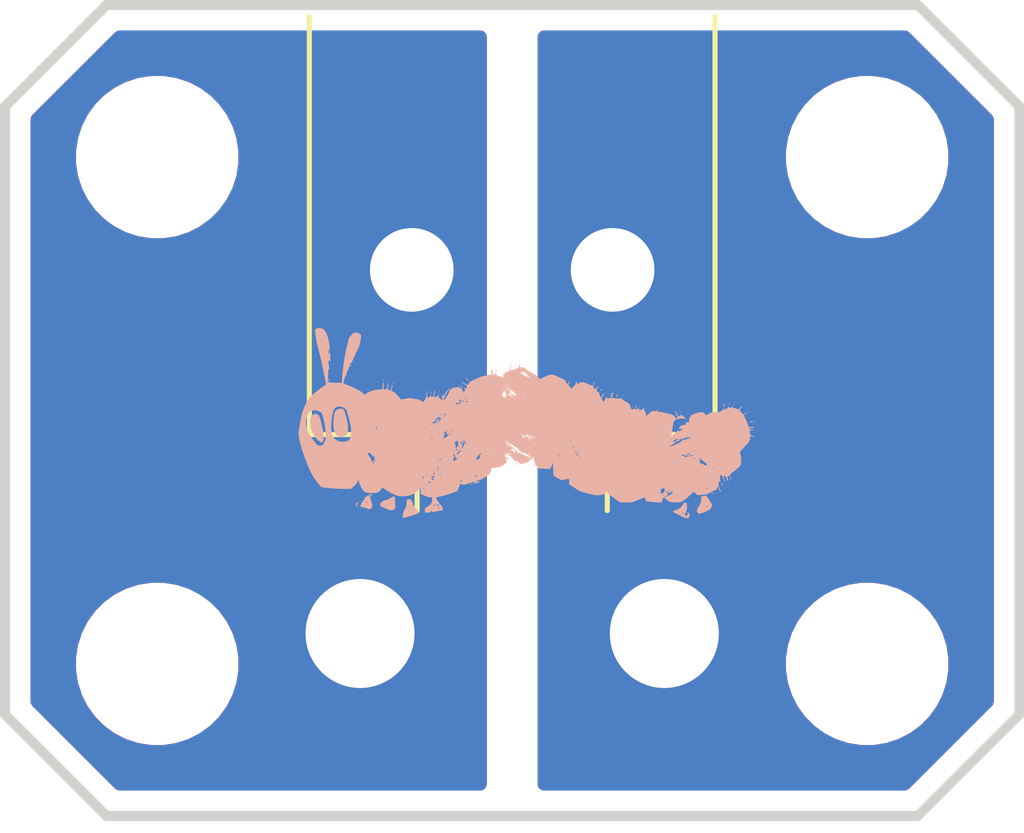
<source format=kicad_pcb>
(kicad_pcb (version 20241229) (generator "pcbnew") (generator_version "9.0")
  (layers (0 "F.Cu" signal) (2 "B.Cu" signal) (13 "F.Paste" user) (15 "B.Paste" user) (5 "F.SilkS" user "F.Silkscreen") (7 "B.SilkS" user "B.Silkscreen") (1 "F.Mask" user) (3 "B.Mask" user) (25 "Edge.Cuts" user))
  (net 0 "")
  (net 1 "+12V")
  (net 2 "GND")
  (footprint "Bluesat:M2.5" (layer "F.Cu") (at 124 78)
    (property "Reference" "H**" (hide yes))
    (property "Value" "M2.5")
    (pad "" np_thru_hole circle (at 0 0) (size 2.7 2.7) (drill 2.7) (layers "*.Cu" "*.Mask"))
  )
  (footprint "Connector_Wire:SolderWire-1.5sqmm_1x02_P6mm_D1.7mm_OD3mm" (layer "F.Cu") (at 134 87.4 180)
    (property "Reference" "J2" (hide yes))
    (property "Value" "Conn_01x02_Pin")
    (pad "1" thru_hole roundrect (at 0 0 180) (size 3.15 3.15) (drill 2.15) (layers "*.Cu" "*.Mask") (roundrect_rratio 0.079365) (net 2 "GND"))
    (pad "2" thru_hole circle (at 6 0 180) (size 3.15 3.15) (drill 2.15) (layers "*.Cu" "*.Mask") (net 1 "+12V"))
  )
  (footprint "Bluesat:S2P-VH" (layer "F.Cu") (at 131 75.225)
    (property "Reference" "J1" (hide yes))
    (property "Value" "Conn_01x02_Pin")
    (pad "1" thru_hole circle (at 1.98 5) (size 2.5 2.5) (drill 1.65) (layers "*.Cu" "*.Mask") (net 2 "GND"))
    (pad "2" thru_hole circle (at -1.98 5) (size 2.5 2.5) (drill 1.65) (layers "*.Cu" "*.Mask") (net 1 "+12V"))
  )
  (footprint "Bluesat:M2.5" (layer "F.Cu") (at 138 88)
    (property "Reference" "H**" (hide yes))
    (property "Value" "M2.5")
    (pad "" np_thru_hole circle (at 0 0) (size 2.7 2.7) (drill 2.7) (layers "*.Cu" "*.Mask"))
  )
  (footprint "Bluesat:M2.5" (layer "F.Cu") (at 124 88)
    (property "Reference" "H**" (hide yes))
    (property "Value" "M2.5")
    (pad "" np_thru_hole circle (at 0 0) (size 2.7 2.7) (drill 2.7) (layers "*.Cu" "*.Mask"))
  )
  (footprint "Bluesat:M2.5" (layer "F.Cu") (at 138 78)
    (property "Reference" "H**" (hide yes))
    (property "Value" "M2.5")
    (pad "" np_thru_hole circle (at 0 0) (size 2.7 2.7) (drill 2.7) (layers "*.Cu" "*.Mask"))
  )
  (footprint "Caterpilar:Hungry_Caterpillar" (layer "B.Cu") (at 131 83.25 180)
    (property "Reference" "G***" (hide yes))
    (property "Value" "LOGO" (hide yes))
  )
  (gr_line (start 121 89) (end 123 91) (stroke (width 0.2)) (layer "Edge.Cuts"))
  (gr_line (start 123 75) (end 139 75) (stroke (width 0.2)) (layer "Edge.Cuts"))
  (gr_line (start 121 77) (end 123 75) (stroke (width 0.2)) (layer "Edge.Cuts"))
  (gr_line (start 121 89) (end 121 77) (stroke (width 0.2)) (layer "Edge.Cuts"))
  (gr_line (start 139 91) (end 123 91) (stroke (width 0.2)) (layer "Edge.Cuts"))
  (gr_line (start 141 77) (end 141 89) (stroke (width 0.2)) (layer "Edge.Cuts"))
  (gr_line (start 139 75) (end 141 77) (stroke (width 0.2)) (layer "Edge.Cuts"))
  (gr_line (start 141 89) (end 139 91) (stroke (width 0.2)) (layer "Edge.Cuts"))
  (zone (net 2) (net_name "GND") (layers "F.Cu" "B.Cu") (priority 1) (connect_pads yes (clearance 0.25)) (min_thickness 0.25) (fill yes (thermal_gap 0.5) (thermal_bridge_width 0.5))
    (polygon (pts (xy 141 75) (xy 141 91) (xy 131.5 91) (xy 131.5 75)))
  )
  (zone (net 1) (net_name "+12V") (layers "F.Cu" "B.Cu") (priority 2) (connect_pads yes (clearance 0.25)) (min_thickness 0.25) (fill yes (thermal_gap 0.5) (thermal_bridge_width 0.5))
    (polygon (pts (xy 121 75) (xy 121 91) (xy 130.5 91) (xy 130.5 75)))
  )
)
</source>
